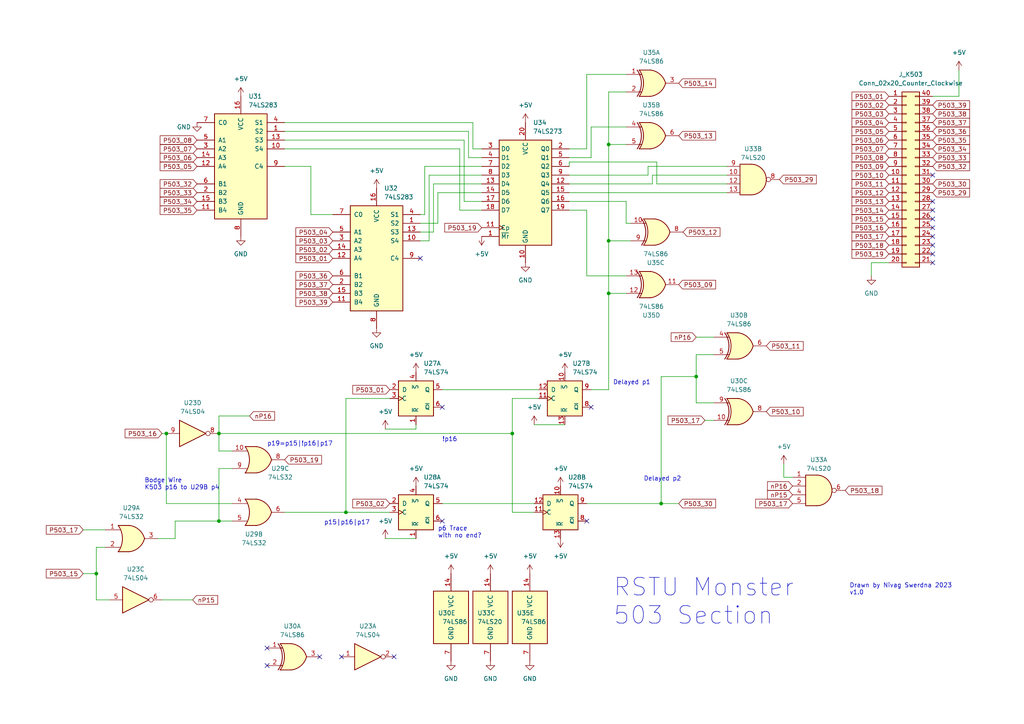
<source format=kicad_sch>
(kicad_sch (version 20230121) (generator eeschema)
  (paper "A4")
  (lib_symbols
    (symbol "74xx:74LS04"
      (property "Reference" "U" (at 0 1.27 0))
      (property "Value" "74LS04" (at 0 -1.27 0))
      (symbol "74LS04_1_0"
        (pin input line (at -7.62 0 0) (length 3.81) (name "~") (number "1"))
        (pin output inverted (at 7.62 0 180) (length 3.81) (name "~") (number "2"))
      )
      (symbol "74LS04_2_0"
        (pin input line (at -7.62 0 0) (length 3.81) (name "~") (number "3"))
        (pin output inverted (at 7.62 0 180) (length 3.81) (name "~") (number "4"))
      )
      (symbol "74LS04_3_0"
        (pin input line (at -7.62 0 0) (length 3.81) (name "~") (number "5"))
        (pin output inverted (at 7.62 0 180) (length 3.81) (name "~") (number "6"))
      )
      (symbol "74LS04_4_0"
        (pin output inverted (at 7.62 0 180) (length 3.81) (name "~") (number "8"))
        (pin input line (at -7.62 0 0) (length 3.81) (name "~") (number "9"))
      )
      (symbol "74LS04_5_0"
        (pin output inverted (at 7.62 0 180) (length 3.81) (name "~") (number "10"))
        (pin input line (at -7.62 0 0) (length 3.81) (name "~") (number "11"))
      )
      (symbol "74LS04_6_0"
        (pin output inverted (at 7.62 0 180) (length 3.81) (name "~") (number "12"))
        (pin input line (at -7.62 0 0) (length 3.81) (name "~") (number "13"))
      )
      (symbol "74LS04_7_0"
        (pin power_in line (at 0 12.7 270) (length 5.08) (name "VCC") (number "14"))
        (pin power_in line (at 0 -12.7 90) (length 5.08) (name "GND") (number "7"))
      )
    )
    (symbol "74xx:74LS20" (pin_names (offset 1.016))
      (property "Reference" "U" (at 0 1.27 0))
      (property "Value" "74LS20" (at 0 -1.27 0))
      (symbol "74LS20_1_1"
        (pin input line (at -7.62 3.81 0) (length 3.81) (name "~") (number "1"))
        (pin input line (at -7.62 1.27 0) (length 3.81) (name "~") (number "2"))
        (pin input line (at -7.62 -1.27 0) (length 3.81) (name "~") (number "4"))
        (pin input line (at -7.62 -3.81 0) (length 3.81) (name "~") (number "5"))
        (pin output inverted (at 7.62 0 180) (length 3.81) (name "~") (number "6"))
      )
      (symbol "74LS20_1_2"
        (pin input inverted (at -7.62 3.81 0) (length 3.81) (name "~") (number "1"))
        (pin input inverted (at -7.62 1.27 0) (length 4.826) (name "~") (number "2"))
        (pin input inverted (at -7.62 -1.27 0) (length 4.826) (name "~") (number "4"))
        (pin input inverted (at -7.62 -3.81 0) (length 3.81) (name "~") (number "5"))
        (pin output line (at 7.62 0 180) (length 3.81) (name "~") (number "6"))
      )
      (symbol "74LS20_2_1"
        (pin input line (at -7.62 1.27 0) (length 3.81) (name "~") (number "10"))
        (pin input line (at -7.62 -1.27 0) (length 3.81) (name "~") (number "12"))
        (pin input line (at -7.62 -3.81 0) (length 3.81) (name "~") (number "13"))
        (pin output inverted (at 7.62 0 180) (length 3.81) (name "~") (number "8"))
        (pin input line (at -7.62 3.81 0) (length 3.81) (name "~") (number "9"))
      )
      (symbol "74LS20_2_2"
        (pin input inverted (at -7.62 1.27 0) (length 4.826) (name "~") (number "10"))
        (pin input inverted (at -7.62 -1.27 0) (length 4.826) (name "~") (number "12"))
        (pin input inverted (at -7.62 -3.81 0) (length 3.81) (name "~") (number "13"))
        (pin output line (at 7.62 0 180) (length 3.81) (name "~") (number "8"))
        (pin input inverted (at -7.62 3.81 0) (length 3.81) (name "~") (number "9"))
      )
      (symbol "74LS20_3_0"
        (pin power_in line (at 0 12.7 270) (length 5.08) (name "VCC") (number "14"))
        (pin power_in line (at 0 -12.7 90) (length 5.08) (name "GND") (number "7"))
      )
    )
    (symbol "74xx:74LS273"
      (property "Reference" "U" (at -7.62 16.51 0))
      (property "Value" "74LS273" (at -7.62 -16.51 0))
      (symbol "74LS273_1_0"
        (pin input line (at -12.7 -12.7 0) (length 5.08) (name "~{Mr}") (number "1"))
        (pin power_in line (at 0 -20.32 90) (length 5.08) (name "GND") (number "10"))
        (pin input clock (at -12.7 -10.16 0) (length 5.08) (name "Cp") (number "11"))
        (pin output line (at 12.7 2.54 180) (length 5.08) (name "Q4") (number "12"))
        (pin input line (at -12.7 2.54 0) (length 5.08) (name "D4") (number "13"))
        (pin input line (at -12.7 0 0) (length 5.08) (name "D5") (number "14"))
        (pin output line (at 12.7 0 180) (length 5.08) (name "Q5") (number "15"))
        (pin output line (at 12.7 -2.54 180) (length 5.08) (name "Q6") (number "16"))
        (pin input line (at -12.7 -2.54 0) (length 5.08) (name "D6") (number "17"))
        (pin input line (at -12.7 -5.08 0) (length 5.08) (name "D7") (number "18"))
        (pin output line (at 12.7 -5.08 180) (length 5.08) (name "Q7") (number "19"))
        (pin output line (at 12.7 12.7 180) (length 5.08) (name "Q0") (number "2"))
        (pin power_in line (at 0 20.32 270) (length 5.08) (name "VCC") (number "20"))
        (pin input line (at -12.7 12.7 0) (length 5.08) (name "D0") (number "3"))
        (pin input line (at -12.7 10.16 0) (length 5.08) (name "D1") (number "4"))
        (pin output line (at 12.7 10.16 180) (length 5.08) (name "Q1") (number "5"))
        (pin output line (at 12.7 7.62 180) (length 5.08) (name "Q2") (number "6"))
        (pin input line (at -12.7 7.62 0) (length 5.08) (name "D2") (number "7"))
        (pin input line (at -12.7 5.08 0) (length 5.08) (name "D3") (number "8"))
        (pin output line (at 12.7 5.08 180) (length 5.08) (name "Q3") (number "9"))
      )
    )
    (symbol "74xx:74LS283" (pin_names (offset 1.016))
      (property "Reference" "U" (at -7.62 16.51 0))
      (property "Value" "74LS283" (at -7.62 -16.51 0))
      (symbol "74LS283_1_0"
        (pin output line (at 12.7 10.16 180) (length 5.08) (name "S2") (number "1"))
        (pin output line (at 12.7 5.08 180) (length 5.08) (name "S4") (number "10"))
        (pin input line (at -12.7 -12.7 0) (length 5.08) (name "B4") (number "11"))
        (pin input line (at -12.7 0 0) (length 5.08) (name "A4") (number "12"))
        (pin output line (at 12.7 7.62 180) (length 5.08) (name "S3") (number "13"))
        (pin input line (at -12.7 2.54 0) (length 5.08) (name "A3") (number "14"))
        (pin input line (at -12.7 -10.16 0) (length 5.08) (name "B3") (number "15"))
        (pin power_in line (at 0 20.32 270) (length 5.08) (name "VCC") (number "16"))
        (pin input line (at -12.7 -7.62 0) (length 5.08) (name "B2") (number "2"))
        (pin input line (at -12.7 5.08 0) (length 5.08) (name "A2") (number "3"))
        (pin output line (at 12.7 12.7 180) (length 5.08) (name "S1") (number "4"))
        (pin input line (at -12.7 7.62 0) (length 5.08) (name "A1") (number "5"))
        (pin input line (at -12.7 -5.08 0) (length 5.08) (name "B1") (number "6"))
        (pin input line (at -12.7 12.7 0) (length 5.08) (name "C0") (number "7"))
        (pin power_in line (at 0 -20.32 90) (length 5.08) (name "GND") (number "8"))
        (pin output line (at 12.7 0 180) (length 5.08) (name "C4") (number "9"))
      )
    )
    (symbol "74xx:74LS32" (pin_names (offset 1.016))
      (property "Reference" "U" (at 0 1.27 0))
      (property "Value" "74LS32" (at 0 -1.27 0))
      (symbol "74LS32_1_1"
        (pin input line (at -7.62 2.54 0) (length 4.318) (name "~") (number "1"))
        (pin input line (at -7.62 -2.54 0) (length 4.318) (name "~") (number "2"))
        (pin output line (at 7.62 0 180) (length 3.81) (name "~") (number "3"))
      )
      (symbol "74LS32_1_2"
        (pin input inverted (at -7.62 2.54 0) (length 3.81) (name "~") (number "1"))
        (pin input inverted (at -7.62 -2.54 0) (length 3.81) (name "~") (number "2"))
        (pin output inverted (at 7.62 0 180) (length 3.81) (name "~") (number "3"))
      )
      (symbol "74LS32_2_1"
        (pin input line (at -7.62 2.54 0) (length 4.318) (name "~") (number "4"))
        (pin input line (at -7.62 -2.54 0) (length 4.318) (name "~") (number "5"))
        (pin output line (at 7.62 0 180) (length 3.81) (name "~") (number "6"))
      )
      (symbol "74LS32_2_2"
        (pin input inverted (at -7.62 2.54 0) (length 3.81) (name "~") (number "4"))
        (pin input inverted (at -7.62 -2.54 0) (length 3.81) (name "~") (number "5"))
        (pin output inverted (at 7.62 0 180) (length 3.81) (name "~") (number "6"))
      )
      (symbol "74LS32_3_1"
        (pin input line (at -7.62 -2.54 0) (length 4.318) (name "~") (number "10"))
        (pin output line (at 7.62 0 180) (length 3.81) (name "~") (number "8"))
        (pin input line (at -7.62 2.54 0) (length 4.318) (name "~") (number "9"))
      )
      (symbol "74LS32_3_2"
        (pin input inverted (at -7.62 -2.54 0) (length 3.81) (name "~") (number "10"))
        (pin output inverted (at 7.62 0 180) (length 3.81) (name "~") (number "8"))
        (pin input inverted (at -7.62 2.54 0) (length 3.81) (name "~") (number "9"))
      )
      (symbol "74LS32_4_1"
        (pin output line (at 7.62 0 180) (length 3.81) (name "~") (number "11"))
        (pin input line (at -7.62 2.54 0) (length 4.318) (name "~") (number "12"))
        (pin input line (at -7.62 -2.54 0) (length 4.318) (name "~") (number "13"))
      )
      (symbol "74LS32_4_2"
        (pin output inverted (at 7.62 0 180) (length 3.81) (name "~") (number "11"))
        (pin input inverted (at -7.62 2.54 0) (length 3.81) (name "~") (number "12"))
        (pin input inverted (at -7.62 -2.54 0) (length 3.81) (name "~") (number "13"))
      )
      (symbol "74LS32_5_0"
        (pin power_in line (at 0 12.7 270) (length 5.08) (name "VCC") (number "14"))
        (pin power_in line (at 0 -12.7 90) (length 5.08) (name "GND") (number "7"))
      )
    )
    (symbol "74xx:74LS74" (pin_names (offset 1.016))
      (property "Reference" "U" (at -7.62 8.89 0))
      (property "Value" "74LS74" (at -7.62 -8.89 0))
      (symbol "74LS74_1_0"
        (pin input line (at 0 -7.62 90) (length 2.54) (name "~{R}") (number "1"))
        (pin input line (at -7.62 2.54 0) (length 2.54) (name "D") (number "2"))
        (pin input clock (at -7.62 0 0) (length 2.54) (name "C") (number "3"))
        (pin input line (at 0 7.62 270) (length 2.54) (name "~{S}") (number "4"))
        (pin output line (at 7.62 2.54 180) (length 2.54) (name "Q") (number "5"))
        (pin output line (at 7.62 -2.54 180) (length 2.54) (name "~{Q}") (number "6"))
      )
      (symbol "74LS74_2_0"
        (pin input line (at 0 7.62 270) (length 2.54) (name "~{S}") (number "10"))
        (pin input clock (at -7.62 0 0) (length 2.54) (name "C") (number "11"))
        (pin input line (at -7.62 2.54 0) (length 2.54) (name "D") (number "12"))
        (pin input line (at 0 -7.62 90) (length 2.54) (name "~{R}") (number "13"))
        (pin output line (at 7.62 -2.54 180) (length 2.54) (name "~{Q}") (number "8"))
        (pin output line (at 7.62 2.54 180) (length 2.54) (name "Q") (number "9"))
      )
      (symbol "74LS74_3_0"
        (pin power_in line (at 0 10.16 270) (length 2.54) (name "VCC") (number "14"))
        (pin power_in line (at 0 -10.16 90) (length 2.54) (name "GND") (number "7"))
      )
    )
    (symbol "74xx:74LS86" (pin_names (offset 1.016))
      (property "Reference" "U" (at 0 1.27 0))
      (property "Value" "74LS86" (at 0 -1.27 0))
      (symbol "74LS86_1_0"
        (pin input line (at -7.62 2.54 0) (length 4.445) (name "~") (number "1"))
        (pin input line (at -7.62 -2.54 0) (length 4.445) (name "~") (number "2"))
        (pin output line (at 7.62 0 180) (length 3.81) (name "~") (number "3"))
      )
      (symbol "74LS86_2_0"
        (pin input line (at -7.62 2.54 0) (length 4.445) (name "~") (number "4"))
        (pin input line (at -7.62 -2.54 0) (length 4.445) (name "~") (number "5"))
        (pin output line (at 7.62 0 180) (length 3.81) (name "~") (number "6"))
      )
      (symbol "74LS86_3_0"
        (pin input line (at -7.62 -2.54 0) (length 4.445) (name "~") (number "10"))
        (pin output line (at 7.62 0 180) (length 3.81) (name "~") (number "8"))
        (pin input line (at -7.62 2.54 0) (length 4.445) (name "~") (number "9"))
      )
      (symbol "74LS86_4_0"
        (pin output line (at 7.62 0 180) (length 3.81) (name "~") (number "11"))
        (pin input line (at -7.62 2.54 0) (length 4.445) (name "~") (number "12"))
        (pin input line (at -7.62 -2.54 0) (length 4.445) (name "~") (number "13"))
      )
      (symbol "74LS86_5_0"
        (pin power_in line (at 0 12.7 270) (length 5.08) (name "VCC") (number "14"))
        (pin power_in line (at 0 -12.7 90) (length 5.08) (name "GND") (number "7"))
      )
    )
    (symbol "Connector_Generic:Conn_02x20_Counter_Clockwise" (pin_names (offset 1.016) hide)
      (property "Reference" "J" (at 1.27 25.4 0))
      (property "Value" "Conn_02x20_Counter_Clockwise" (at 1.27 -27.94 0))
      (symbol "Conn_02x20_Counter_Clockwise_1_1"
        (pin passive line (at -5.08 22.86 0) (length 3.81) (name "Pin_1") (number "1"))
        (pin passive line (at -5.08 0 0) (length 3.81) (name "Pin_10") (number "10"))
        (pin passive line (at -5.08 -2.54 0) (length 3.81) (name "Pin_11") (number "11"))
        (pin passive line (at -5.08 -5.08 0) (length 3.81) (name "Pin_12") (number "12"))
        (pin passive line (at -5.08 -7.62 0) (length 3.81) (name "Pin_13") (number "13"))
        (pin passive line (at -5.08 -10.16 0) (length 3.81) (name "Pin_14") (number "14"))
        (pin passive line (at -5.08 -12.7 0) (length 3.81) (name "Pin_15") (number "15"))
        (pin passive line (at -5.08 -15.24 0) (length 3.81) (name "Pin_16") (number "16"))
        (pin passive line (at -5.08 -17.78 0) (length 3.81) (name "Pin_17") (number "17"))
        (pin passive line (at -5.08 -20.32 0) (length 3.81) (name "Pin_18") (number "18"))
        (pin passive line (at -5.08 -22.86 0) (length 3.81) (name "Pin_19") (number "19"))
        (pin passive line (at -5.08 20.32 0) (length 3.81) (name "Pin_2") (number "2"))
        (pin passive line (at -5.08 -25.4 0) (length 3.81) (name "Pin_20") (number "20"))
        (pin passive line (at 7.62 -25.4 180) (length 3.81) (name "Pin_21") (number "21"))
        (pin passive line (at 7.62 -22.86 180) (length 3.81) (name "Pin_22") (number "22"))
        (pin passive line (at 7.62 -20.32 180) (length 3.81) (name "Pin_23") (number "23"))
        (pin passive line (at 7.62 -17.78 180) (length 3.81) (name "Pin_24") (number "24"))
        (pin passive line (at 7.62 -15.24 180) (length 3.81) (name "Pin_25") (number "25"))
        (pin passive line (at 7.62 -12.7 180) (length 3.81) (name "Pin_26") (number "26"))
        (pin passive line (at 7.62 -10.16 180) (length 3.81) (name "Pin_27") (number "27"))
        (pin passive line (at 7.62 -7.62 180) (length 3.81) (name "Pin_28") (number "28"))
        (pin passive line (at 7.62 -5.08 180) (length 3.81) (name "Pin_29") (number "29"))
        (pin passive line (at -5.08 17.78 0) (length 3.81) (name "Pin_3") (number "3"))
        (pin passive line (at 7.62 -2.54 180) (length 3.81) (name "Pin_30") (number "30"))
        (pin passive line (at 7.62 0 180) (length 3.81) (name "Pin_31") (number "31"))
        (pin passive line (at 7.62 2.54 180) (length 3.81) (name "Pin_32") (number "32"))
        (pin passive line (at 7.62 5.08 180) (length 3.81) (name "Pin_33") (number "33"))
        (pin passive line (at 7.62 7.62 180) (length 3.81) (name "Pin_34") (number "34"))
        (pin passive line (at 7.62 10.16 180) (length 3.81) (name "Pin_35") (number "35"))
        (pin passive line (at 7.62 12.7 180) (length 3.81) (name "Pin_36") (number "36"))
        (pin passive line (at 7.62 15.24 180) (length 3.81) (name "Pin_37") (number "37"))
        (pin passive line (at 7.62 17.78 180) (length 3.81) (name "Pin_38") (number "38"))
        (pin passive line (at 7.62 20.32 180) (length 3.81) (name "Pin_39") (number "39"))
        (pin passive line (at -5.08 15.24 0) (length 3.81) (name "Pin_4") (number "4"))
        (pin passive line (at 7.62 22.86 180) (length 3.81) (name "Pin_40") (number "40"))
        (pin passive line (at -5.08 12.7 0) (length 3.81) (name "Pin_5") (number "5"))
        (pin passive line (at -5.08 10.16 0) (length 3.81) (name "Pin_6") (number "6"))
        (pin passive line (at -5.08 7.62 0) (length 3.81) (name "Pin_7") (number "7"))
        (pin passive line (at -5.08 5.08 0) (length 3.81) (name "Pin_8") (number "8"))
        (pin passive line (at -5.08 2.54 0) (length 3.81) (name "Pin_9") (number "9"))
      )
    )
    (symbol "power:+5V" (power) (pin_names (offset 0))
      (property "Value" "+5V" (at 0 3.556 0))
      (symbol "+5V_1_1"
        (pin power_in line (at 0 0 90) (length 0) hide (name "+5V") (number "1"))
      )
    )
    (symbol "power:GND" (power) (pin_names (offset 0))
      (property "Value" "GND" (at 0 -3.81 0))
      (symbol "GND_1_1"
        (pin power_in line (at 0 0 270) (length 0) hide (name "GND") (number "1"))
      )
    )
  )
  (junction (at 176.53 85.09))
  (junction (at 176.53 41.91))
  (junction (at 63.5 151.13))
  (junction (at 176.53 69.85))
  (junction (at 27.94 166.37))
  (junction (at 191.77 146.05))
  (junction (at 100.33 148.59))
  (junction (at 201.93 109.22))
  (junction (at 148.59 125.73))
  (junction (at 63.5 125.73))
  (junction (at 48.26 125.73))
  (no_connect (at 270.51 71.12))
  (no_connect (at 77.47 187.96))
  (no_connect (at 270.51 66.04))
  (no_connect (at 270.51 63.5))
  (no_connect (at 99.06 190.5))
  (no_connect (at 121.92 74.93))
  (no_connect (at 171.45 118.11))
  (no_connect (at 128.27 151.13))
  (no_connect (at 270.51 76.2))
  (no_connect (at 270.51 50.8))
  (no_connect (at 270.51 58.42))
  (no_connect (at 270.51 73.66))
  (no_connect (at 77.47 193.04))
  (no_connect (at 270.51 68.58))
  (no_connect (at 114.3 190.5))
  (no_connect (at 270.51 60.96))
  (no_connect (at 92.71 190.5))
  (no_connect (at 170.18 151.13))
  (no_connect (at 128.27 118.11))
  (wire (pts (xy 191.77 109.22) (xy 191.77 146.05)))
  (wire (pts (xy 181.61 26.67) (xy 176.53 26.67)))
  (wire (pts (xy 201.93 102.87) (xy 201.93 109.22)))
  (wire (pts (xy 121.92 64.77) (xy 127 64.77)))
  (wire (pts (xy 121.92 62.23) (xy 123.19 62.23)))
  (wire (pts (xy 137.16 43.18) (xy 139.7 43.18)))
  (wire (pts (xy 45.72 156.21) (xy 50.8 156.21)))
  (wire (pts (xy 171.45 45.72) (xy 171.45 36.83)))
  (wire (pts (xy 165.1 43.18) (xy 170.18 43.18)))
  (wire (pts (xy 148.59 125.73) (xy 148.59 148.59)))
  (wire (pts (xy 100.33 115.57) (xy 100.33 148.59)))
  (wire (pts (xy 125.73 67.31) (xy 125.73 53.34)))
  (wire (pts (xy 125.73 53.34) (xy 139.7 53.34)))
  (wire (pts (xy 63.5 120.65) (xy 72.39 120.65)))
  (wire (pts (xy 191.77 109.22) (xy 201.93 109.22)))
  (wire (pts (xy 48.26 146.05) (xy 67.31 146.05)))
  (wire (pts (xy 191.77 146.05) (xy 170.18 146.05)))
  (wire (pts (xy 176.53 85.09) (xy 176.53 113.03)))
  (wire (pts (xy 24.13 153.67) (xy 30.48 153.67)))
  (wire (pts (xy 127 64.77) (xy 127 55.88)))
  (wire (pts (xy 82.55 148.59) (xy 100.33 148.59)))
  (wire (pts (xy 270.51 27.94) (xy 278.13 27.94)))
  (wire (pts (xy 121.92 69.85) (xy 124.46 69.85)))
  (wire (pts (xy 63.5 151.13) (xy 67.31 151.13)))
  (wire (pts (xy 170.18 80.01) (xy 181.61 80.01)))
  (wire (pts (xy 120.65 123.19) (xy 120.65 124.46)))
  (wire (pts (xy 27.94 158.75) (xy 30.48 158.75)))
  (wire (pts (xy 82.55 40.64) (xy 134.62 40.64)))
  (wire (pts (xy 201.93 116.84) (xy 201.93 109.22)))
  (wire (pts (xy 278.13 20.32) (xy 278.13 27.94)))
  (wire (pts (xy 165.1 46.99) (xy 165.1 48.26)))
  (wire (pts (xy 121.92 67.31) (xy 125.73 67.31)))
  (wire (pts (xy 165.1 60.96) (xy 170.18 60.96)))
  (wire (pts (xy 90.17 62.23) (xy 90.17 48.26)))
  (wire (pts (xy 63.5 130.81) (xy 67.31 130.81)))
  (wire (pts (xy 135.89 38.1) (xy 135.89 45.72)))
  (wire (pts (xy 176.53 41.91) (xy 176.53 69.85)))
  (wire (pts (xy 148.59 115.57) (xy 148.59 125.73)))
  (wire (pts (xy 176.53 69.85) (xy 176.53 85.09)))
  (wire (pts (xy 46.99 125.73) (xy 48.26 125.73)))
  (wire (pts (xy 27.94 166.37) (xy 27.94 158.75)))
  (wire (pts (xy 27.94 173.99) (xy 27.94 166.37)))
  (wire (pts (xy 100.33 148.59) (xy 113.03 148.59)))
  (wire (pts (xy 120.65 156.21) (xy 111.76 156.21)))
  (wire (pts (xy 170.18 43.18) (xy 170.18 21.59)))
  (wire (pts (xy 128.27 113.03) (xy 156.21 113.03)))
  (wire (pts (xy 82.55 38.1) (xy 135.89 38.1)))
  (wire (pts (xy 165.1 45.72) (xy 171.45 45.72)))
  (wire (pts (xy 171.45 113.03) (xy 176.53 113.03)))
  (wire (pts (xy 134.62 58.42) (xy 139.7 58.42)))
  (wire (pts (xy 165.1 55.88) (xy 210.82 55.88)))
  (wire (pts (xy 165.1 50.8) (xy 187.96 50.8)))
  (wire (pts (xy 227.33 134.62) (xy 227.33 138.43)))
  (wire (pts (xy 133.35 43.18) (xy 133.35 60.96)))
  (wire (pts (xy 63.5 135.89) (xy 67.31 135.89)))
  (wire (pts (xy 63.5 151.13) (xy 50.8 151.13)))
  (wire (pts (xy 176.53 26.67) (xy 176.53 41.91)))
  (wire (pts (xy 257.81 76.2) (xy 252.73 76.2)))
  (wire (pts (xy 201.93 116.84) (xy 207.01 116.84)))
  (wire (pts (xy 181.61 64.77) (xy 182.88 64.77)))
  (wire (pts (xy 190.5 46.99) (xy 190.5 53.34)))
  (wire (pts (xy 201.93 97.79) (xy 207.01 97.79)))
  (wire (pts (xy 196.85 146.05) (xy 191.77 146.05)))
  (wire (pts (xy 170.18 60.96) (xy 170.18 80.01)))
  (wire (pts (xy 148.59 148.59) (xy 154.94 148.59)))
  (wire (pts (xy 24.13 166.37) (xy 27.94 166.37)))
  (wire (pts (xy 171.45 36.83) (xy 181.61 36.83)))
  (wire (pts (xy 82.55 43.18) (xy 133.35 43.18)))
  (wire (pts (xy 63.5 125.73) (xy 63.5 130.81)))
  (wire (pts (xy 165.1 46.99) (xy 190.5 46.99)))
  (wire (pts (xy 148.59 115.57) (xy 156.21 115.57)))
  (wire (pts (xy 123.19 48.26) (xy 139.7 48.26)))
  (wire (pts (xy 181.61 64.77) (xy 181.61 58.42)))
  (wire (pts (xy 190.5 53.34) (xy 210.82 53.34)))
  (wire (pts (xy 50.8 151.13) (xy 50.8 156.21)))
  (wire (pts (xy 204.47 121.92) (xy 207.01 121.92)))
  (wire (pts (xy 123.19 62.23) (xy 123.19 48.26)))
  (wire (pts (xy 170.18 21.59) (xy 181.61 21.59)))
  (wire (pts (xy 90.17 62.23) (xy 96.52 62.23)))
  (wire (pts (xy 133.35 60.96) (xy 139.7 60.96)))
  (wire (pts (xy 63.5 135.89) (xy 63.5 151.13)))
  (wire (pts (xy 229.87 138.43) (xy 227.33 138.43)))
  (wire (pts (xy 48.26 125.73) (xy 48.26 146.05)))
  (wire (pts (xy 165.1 58.42) (xy 181.61 58.42)))
  (wire (pts (xy 31.75 173.99) (xy 27.94 173.99)))
  (wire (pts (xy 187.96 50.8) (xy 187.96 48.26)))
  (wire (pts (xy 127 55.88) (xy 139.7 55.88)))
  (wire (pts (xy 124.46 50.8) (xy 139.7 50.8)))
  (wire (pts (xy 201.93 102.87) (xy 207.01 102.87)))
  (wire (pts (xy 63.5 120.65) (xy 63.5 125.73)))
  (wire (pts (xy 189.23 53.34) (xy 165.1 53.34)))
  (wire (pts (xy 90.17 48.26) (xy 82.55 48.26)))
  (wire (pts (xy 135.89 45.72) (xy 139.7 45.72)))
  (wire (pts (xy 176.53 85.09) (xy 181.61 85.09)))
  (wire (pts (xy 63.5 125.73) (xy 148.59 125.73)))
  (wire (pts (xy 163.83 123.19) (xy 154.94 123.19)))
  (wire (pts (xy 137.16 35.56) (xy 137.16 43.18)))
  (wire (pts (xy 46.99 173.99) (xy 55.88 173.99)))
  (wire (pts (xy 210.82 50.8) (xy 189.23 50.8)))
  (wire (pts (xy 189.23 50.8) (xy 189.23 53.34)))
  (wire (pts (xy 113.03 115.57) (xy 100.33 115.57)))
  (wire (pts (xy 176.53 69.85) (xy 182.88 69.85)))
  (wire (pts (xy 82.55 35.56) (xy 137.16 35.56)))
  (wire (pts (xy 128.27 146.05) (xy 154.94 146.05)))
  (wire (pts (xy 187.96 48.26) (xy 210.82 48.26)))
  (wire (pts (xy 120.65 124.46) (xy 111.76 124.46)))
  (wire (pts (xy 134.62 40.64) (xy 134.62 58.42)))
  (wire (pts (xy 252.73 76.2) (xy 252.73 80.01)))
  (wire (pts (xy 124.46 69.85) (xy 124.46 50.8)))
  (wire (pts (xy 176.53 41.91) (xy 181.61 41.91)))
  (text "!p16" (at 128.27 128.27 0) (effects (font (size 1.27 1.27)) (justify left bottom)))
  (text "Delayed p1" (at 177.8 111.76 0) (effects (font (size 1.27 1.27)) (justify left bottom)))
  (text "p15|p16|p17" (at 93.98 152.4 0) (effects (font (size 1.27 1.27)) (justify left bottom)))
  (text "Bodge Wire \nK503 p16 to U29B p4" (at 41.91 142.24 0) (effects (font (size 1.27 1.27)) (justify left bottom)))
  (text "Delayed p2" (at 186.69 139.7 0) (effects (font (size 1.27 1.27)) (justify left bottom)))
  (text "RSTU Monster\n503 Section" (at 177.8 181.61 0) (effects (font (size 5.08 5.08)) (justify left bottom)))
  (text "p19=p15|!p16|p17" (at 77.47 129.54 0) (effects (font (size 1.27 1.27)) (justify left bottom)))
  (text "Drawn by Nivag Swerdna 2023\nv1.0" (at 246.38 172.72 0) (effects (font (size 1.27 1.27)) (justify left bottom)))
  (text "p6 Trace \nwith no end?" (at 127 156.21 0) (effects (font (size 1.27 1.27)) (justify left bottom)))
  (global_label "P503_15" (shape input) (at 24.13 166.37 180) (property "Intersheetrefs" "${INTERSHEET_REFS}" (effects hide)))
  (global_label "P503_33" (shape input) (at 270.51 45.72 0) (property "Intersheetrefs" "${INTERSHEET_REFS}" (effects hide)))
  (global_label "P503_37" (shape input) (at 270.51 35.56 0) (property "Intersheetrefs" "${INTERSHEET_REFS}" (effects hide)))
  (global_label "P503_14" (shape input) (at 196.85 24.13 0) (property "Intersheetrefs" "${INTERSHEET_REFS}" (effects hide)))
  (global_label "P503_11" (shape input) (at 257.81 53.34 180) (property "Intersheetrefs" "${INTERSHEET_REFS}" (effects hide)))
  (global_label "P503_33" (shape input) (at 57.15 55.88 180) (property "Intersheetrefs" "${INTERSHEET_REFS}" (effects hide)))
  (global_label "P503_16" (shape input) (at 46.99 125.73 180) (property "Intersheetrefs" "${INTERSHEET_REFS}" (effects hide)))
  (global_label "P503_04" (shape input) (at 96.52 67.31 180) (property "Intersheetrefs" "${INTERSHEET_REFS}" (effects hide)))
  (global_label "P503_17" (shape input) (at 257.81 68.58 180) (property "Intersheetrefs" "${INTERSHEET_REFS}" (effects hide)))
  (global_label "P503_08" (shape input) (at 57.15 40.64 180) (property "Intersheetrefs" "${INTERSHEET_REFS}" (effects hide)))
  (global_label "P503_19" (shape input) (at 139.7 66.04 180) (property "Intersheetrefs" "${INTERSHEET_REFS}" (effects hide)))
  (global_label "P503_17" (shape input) (at 229.87 146.05 180) (property "Intersheetrefs" "${INTERSHEET_REFS}" (effects hide)))
  (global_label "P503_29" (shape input) (at 226.06 52.07 0) (property "Intersheetrefs" "${INTERSHEET_REFS}" (effects hide)))
  (global_label "P503_12" (shape input) (at 257.81 55.88 180) (property "Intersheetrefs" "${INTERSHEET_REFS}" (effects hide)))
  (global_label "P503_35" (shape input) (at 270.51 40.64 0) (property "Intersheetrefs" "${INTERSHEET_REFS}" (effects hide)))
  (global_label "P503_07" (shape input) (at 57.15 43.18 180) (property "Intersheetrefs" "${INTERSHEET_REFS}" (effects hide)))
  (global_label "P503_09" (shape input) (at 257.81 48.26 180) (property "Intersheetrefs" "${INTERSHEET_REFS}" (effects hide)))
  (global_label "P503_04" (shape input) (at 257.81 35.56 180) (property "Intersheetrefs" "${INTERSHEET_REFS}" (effects hide)))
  (global_label "P503_09" (shape input) (at 196.85 82.55 0) (property "Intersheetrefs" "${INTERSHEET_REFS}" (effects hide)))
  (global_label "P503_39" (shape input) (at 270.51 30.48 0) (property "Intersheetrefs" "${INTERSHEET_REFS}" (effects hide)))
  (global_label "P503_12" (shape input) (at 198.12 67.31 0) (property "Intersheetrefs" "${INTERSHEET_REFS}" (effects hide)))
  (global_label "P503_38" (shape input) (at 270.51 33.02 0) (property "Intersheetrefs" "${INTERSHEET_REFS}" (effects hide)))
  (global_label "P503_10" (shape input) (at 222.25 119.38 0) (property "Intersheetrefs" "${INTERSHEET_REFS}" (effects hide)))
  (global_label "P503_06" (shape input) (at 57.15 45.72 180) (property "Intersheetrefs" "${INTERSHEET_REFS}" (effects hide)))
  (global_label "P503_03" (shape input) (at 96.52 69.85 180) (property "Intersheetrefs" "${INTERSHEET_REFS}" (effects hide)))
  (global_label "P503_19" (shape input) (at 82.55 133.35 0) (property "Intersheetrefs" "${INTERSHEET_REFS}" (effects hide)))
  (global_label "P503_29" (shape input) (at 270.51 55.88 0) (property "Intersheetrefs" "${INTERSHEET_REFS}" (effects hide)))
  (global_label "P503_07" (shape input) (at 257.81 43.18 180) (property "Intersheetrefs" "${INTERSHEET_REFS}" (effects hide)))
  (global_label "nP16" (shape input) (at 201.93 97.79 180) (property "Intersheetrefs" "${INTERSHEET_REFS}" (effects hide)))
  (global_label "P503_05" (shape input) (at 57.15 48.26 180) (property "Intersheetrefs" "${INTERSHEET_REFS}" (effects hide)))
  (global_label "P503_38" (shape input) (at 96.52 85.09 180) (property "Intersheetrefs" "${INTERSHEET_REFS}" (effects hide)))
  (global_label "P503_11" (shape input) (at 222.25 100.33 0) (property "Intersheetrefs" "${INTERSHEET_REFS}" (effects hide)))
  (global_label "P503_19" (shape input) (at 257.81 73.66 180) (property "Intersheetrefs" "${INTERSHEET_REFS}" (effects hide)))
  (global_label "P503_05" (shape input) (at 257.81 38.1 180) (property "Intersheetrefs" "${INTERSHEET_REFS}" (effects hide)))
  (global_label "P503_39" (shape input) (at 96.52 87.63 180) (property "Intersheetrefs" "${INTERSHEET_REFS}" (effects hide)))
  (global_label "P503_32" (shape input) (at 270.51 48.26 0) (property "Intersheetrefs" "${INTERSHEET_REFS}" (effects hide)))
  (global_label "P503_13" (shape input) (at 196.85 39.37 0) (property "Intersheetrefs" "${INTERSHEET_REFS}" (effects hide)))
  (global_label "P503_13" (shape input) (at 257.81 58.42 180) (property "Intersheetrefs" "${INTERSHEET_REFS}" (effects hide)))
  (global_label "P503_30" (shape input) (at 196.85 146.05 0) (property "Intersheetrefs" "${INTERSHEET_REFS}" (effects hide)))
  (global_label "P503_35" (shape input) (at 57.15 60.96 180) (property "Intersheetrefs" "${INTERSHEET_REFS}" (effects hide)))
  (global_label "P503_01" (shape input) (at 113.03 113.03 180) (property "Intersheetrefs" "${INTERSHEET_REFS}" (effects hide)))
  (global_label "P503_06" (shape input) (at 257.81 40.64 180) (property "Intersheetrefs" "${INTERSHEET_REFS}" (effects hide)))
  (global_label "P503_02" (shape input) (at 257.81 30.48 180) (property "Intersheetrefs" "${INTERSHEET_REFS}" (effects hide)))
  (global_label "nP15" (shape input) (at 55.88 173.99 0) (property "Intersheetrefs" "${INTERSHEET_REFS}" (effects hide)))
  (global_label "P503_18" (shape input) (at 245.11 142.24 0) (property "Intersheetrefs" "${INTERSHEET_REFS}" (effects hide)))
  (global_label "P503_17" (shape input) (at 24.13 153.67 180) (property "Intersheetrefs" "${INTERSHEET_REFS}" (effects hide)))
  (global_label "nP16" (shape input) (at 229.87 140.97 180) (property "Intersheetrefs" "${INTERSHEET_REFS}" (effects hide)))
  (global_label "P503_30" (shape input) (at 270.51 53.34 0) (property "Intersheetrefs" "${INTERSHEET_REFS}" (effects hide)))
  (global_label "P503_36" (shape input) (at 96.52 80.01 180) (property "Intersheetrefs" "${INTERSHEET_REFS}" (effects hide)))
  (global_label "P503_15" (shape input) (at 257.81 63.5 180) (property "Intersheetrefs" "${INTERSHEET_REFS}" (effects hide)))
  (global_label "P503_34" (shape input) (at 57.15 58.42 180) (property "Intersheetrefs" "${INTERSHEET_REFS}" (effects hide)))
  (global_label "P503_17" (shape input) (at 204.47 121.92 180) (property "Intersheetrefs" "${INTERSHEET_REFS}" (effects hide)))
  (global_label "P503_02" (shape input) (at 113.03 146.05 180) (property "Intersheetrefs" "${INTERSHEET_REFS}" (effects hide)))
  (global_label "nP15" (shape input) (at 229.87 143.51 180) (property "Intersheetrefs" "${INTERSHEET_REFS}" (effects hide)))
  (global_label "P503_32" (shape input) (at 57.15 53.34 180) (property "Intersheetrefs" "${INTERSHEET_REFS}" (effects hide)))
  (global_label "P503_01" (shape input) (at 96.52 74.93 180) (property "Intersheetrefs" "${INTERSHEET_REFS}" (effects hide)))
  (global_label "P503_34" (shape input) (at 270.51 43.18 0) (property "Intersheetrefs" "${INTERSHEET_REFS}" (effects hide)))
  (global_label "P503_03" (shape input) (at 257.81 33.02 180) (property "Intersheetrefs" "${INTERSHEET_REFS}" (effects hide)))
  (global_label "P503_02" (shape input) (at 96.52 72.39 180) (property "Intersheetrefs" "${INTERSHEET_REFS}" (effects hide)))
  (global_label "P503_14" (shape input) (at 257.81 60.96 180) (property "Intersheetrefs" "${INTERSHEET_REFS}" (effects hide)))
  (global_label "P503_18" (shape input) (at 257.81 71.12 180) (property "Intersheetrefs" "${INTERSHEET_REFS}" (effects hide)))
  (global_label "P503_01" (shape input) (at 257.81 27.94 180) (property "Intersheetrefs" "${INTERSHEET_REFS}" (effects hide)))
  (global_label "P503_16" (shape input) (at 257.81 66.04 180) (property "Intersheetrefs" "${INTERSHEET_REFS}" (effects hide)))
  (global_label "nP16" (shape input) (at 72.39 120.65 0) (property "Intersheetrefs" "${INTERSHEET_REFS}" (effects hide)))
  (global_label "P503_10" (shape input) (at 257.81 50.8 180) (property "Intersheetrefs" "${INTERSHEET_REFS}" (effects hide)))
  (global_label "P503_36" (shape input) (at 270.51 38.1 0) (property "Intersheetrefs" "${INTERSHEET_REFS}" (effects hide)))
  (global_label "P503_37" (shape input) (at 96.52 82.55 180) (property "Intersheetrefs" "${INTERSHEET_REFS}" (effects hide)))
  (global_label "P503_08" (shape input) (at 257.81 45.72 180) (property "Intersheetrefs" "${INTERSHEET_REFS}" (effects hide)))
  (symbol (lib_id "power:GND") (at 142.24 191.77 0) (unit 1)
    (property "Reference" "#PWR01" (effects hide))
    (property "Value" "GND" (at 142.24 196.85 0))
    (instances (project "RSTU" (path "" (reference "#PWR01") (unit 1)) (path "" (reference "#PWR072") (unit 1)) (path "" (reference "#PWR073") (unit 1))))
  )
  (symbol (lib_id "power:+5V") (at 142.24 166.37 0) (unit 1)
    (property "Reference" "#PWR012" (effects hide))
    (property "Value" "+5V" (at 142.24 161.29 0))
    (instances (project "RSTU" (path "" (reference "#PWR012") (unit 1)) (path "" (reference "#PWR071") (unit 1)) (path "" (reference "#PWR083") (unit 1))))
  )
  (symbol (lib_id "Connector_Generic:Conn_02x20_Counter_Clockwise") (at 262.89 50.8 0) (unit 1)
    (property "Reference" "J_K503" (at 264.16 21.59 0))
    (property "Value" "Conn_02x20_Counter_Clockwise" (at 264.16 24.13 0))
    (property "Footprint" "Package_DIP:DIP-40_W15.24mm" (effects hide))
  )
  (symbol (lib_id "power:+5V") (at 162.56 156.21 180) (unit 1)
    (property "Reference" "#PWR012" (effects hide))
    (property "Value" "+5V" (at 162.56 161.29 0))
    (instances (project "RSTU" (path "" (reference "#PWR012") (unit 1)) (path "" (reference "#PWR071") (unit 1)) (path "" (reference "#PWR090") (unit 1))))
  )
  (symbol (lib_id "power:GND") (at 57.15 35.56 0) (unit 1)
    (property "Reference" "#PWR01" (effects hide))
    (property "Value" "GND" (at 53.34 36.83 0))
    (instances (project "RSTU" (path "" (reference "#PWR01") (unit 1)) (path "" (reference "#PWR072") (unit 1)) (path "" (reference "#PWR081") (unit 1))))
  )
  (symbol (lib_id "74xx:74LS86") (at 85.09 190.5 0) (unit 1)
    (property "Reference" "U30" (at 84.7852 181.61 0))
    (property "Value" "74LS86" (at 84.7852 184.15 0))
    (property "Footprint" "Package_DIP:DIP-14_W7.62mm" (effects hide))
    (property "Datasheet" "74xx/74ls86.pdf" (effects hide))
  )
  (symbol (lib_id "74xx:74LS74") (at 120.65 148.59 0) (unit 1)
    (property "Reference" "U28" (at 122.8441 138.43 0) (effects (justify left)))
    (property "Value" "74LS74" (at 122.8441 140.97 0) (effects (justify left)))
    (property "Footprint" "Package_DIP:DIP-14_W7.62mm" (effects hide))
    (property "Datasheet" "74xx/74hc_hct74.pdf" (effects hide))
  )
  (symbol (lib_id "power:+5V") (at 227.33 134.62 0) (unit 1)
    (property "Reference" "#PWR012" (effects hide))
    (property "Value" "+5V" (at 227.33 129.54 0))
    (instances (project "RSTU" (path "" (reference "#PWR012") (unit 1)) (path "" (reference "#PWR071") (unit 1)) (path "" (reference "#PWR084") (unit 1))))
  )
  (symbol (lib_id "74xx:74LS74") (at 162.56 148.59 0) (unit 2)
    (property "Reference" "U28" (at 164.7541 138.43 0) (effects (justify left)))
    (property "Value" "74LS74" (at 164.7541 140.97 0) (effects (justify left)))
    (property "Footprint" "Package_DIP:DIP-14_W7.62mm" (effects hide))
    (property "Datasheet" "74xx/74hc_hct74.pdf" (effects hide))
  )
  (symbol (lib_id "power:+5V") (at 139.7 68.58 180) (unit 1)
    (property "Reference" "#PWR012" (effects hide))
    (property "Value" "+5V" (at 139.7 73.66 0))
    (instances (project "RSTU" (path "" (reference "#PWR012") (unit 1)) (path "" (reference "#PWR071") (unit 1)) (path "" (reference "#PWR085") (unit 1))))
  )
  (symbol (lib_id "power:+5V") (at 162.56 140.97 0) (unit 1)
    (property "Reference" "#PWR012" (effects hide))
    (property "Value" "+5V" (at 162.56 135.89 0))
    (instances (project "RSTU" (path "" (reference "#PWR012") (unit 1)) (path "" (reference "#PWR071") (unit 1)) (path "" (reference "#PWR089") (unit 1))))
  )
  (symbol (lib_id "power:+5V") (at 153.67 166.37 0) (unit 1)
    (property "Reference" "#PWR012" (effects hide))
    (property "Value" "+5V" (at 153.67 161.29 0))
    (instances (project "RSTU" (path "" (reference "#PWR012") (unit 1)) (path "" (reference "#PWR071") (unit 1)) (path "" (reference "#PWR086") (unit 1))))
  )
  (symbol (lib_id "power:GND") (at 130.81 191.77 0) (unit 1)
    (property "Reference" "#PWR01" (effects hide))
    (property "Value" "GND" (at 130.81 196.85 0))
    (instances (project "RSTU" (path "" (reference "#PWR01") (unit 1)) (path "" (reference "#PWR072") (unit 1)) (path "" (reference "#PWR077") (unit 1))))
  )
  (symbol (lib_id "power:+5V") (at 111.76 124.46 0) (unit 1)
    (property "Reference" "#PWR029" (effects hide))
    (property "Value" "+5V" (at 111.76 119.38 0))
    (instances (project "RSTU" (path "" (reference "#PWR029") (unit 1)) (path "" (reference "#PWR062") (unit 1)) (path "" (reference "#PWR062") (unit 1))))
  )
  (symbol (lib_id "74xx:74LS273") (at 152.4 55.88 0) (unit 1)
    (property "Reference" "U34" (at 154.5941 35.56 0) (effects (justify left)))
    (property "Value" "74LS273" (at 154.5941 38.1 0) (effects (justify left)))
    (property "Footprint" "Package_DIP:DIP-20_W7.62mm" (effects hide))
    (property "Datasheet" "http://www.ti.com/lit/gpn/sn74LS273" (effects hide))
  )
  (symbol (lib_id "74xx:74LS86") (at 130.81 179.07 0) (unit 5)
    (property "Reference" "U30" (at 127 177.8 0) (effects (justify left)))
    (property "Value" "74LS86" (at 128.27 180.34 0) (effects (justify left)))
    (property "Footprint" "Package_DIP:DIP-14_W7.62mm" (effects hide))
    (property "Datasheet" "74xx/74ls86.pdf" (effects hide))
  )
  (symbol (lib_id "74xx:74LS32") (at 74.93 133.35 0) (mirror x) (unit 3)
    (property "Reference" "U29" (at 81.28 135.89 0))
    (property "Value" "74LS32" (at 81.28 138.43 0))
    (property "Footprint" "Package_DIP:DIP-14_W7.62mm" (effects hide))
    (property "Datasheet" "http://www.ti.com/lit/gpn/sn74LS32" (effects hide))
  )
  (symbol (lib_id "74xx:74LS86") (at 189.23 39.37 0) (unit 2)
    (property "Reference" "U35" (at 188.9252 30.48 0))
    (property "Value" "74LS86" (at 188.9252 33.02 0))
    (property "Footprint" "Package_DIP:DIP-14_W7.62mm" (effects hide))
    (property "Datasheet" "74xx/74ls86.pdf" (effects hide))
  )
  (symbol (lib_id "74xx:74LS04") (at 39.37 173.99 0) (unit 3)
    (property "Reference" "U23" (at 39.37 165.1 0))
    (property "Value" "74LS04" (at 39.37 167.64 0))
    (property "Footprint" "Package_DIP:DIP-14_W7.62mm" (effects hide))
    (property "Datasheet" "http://www.ti.com/lit/gpn/sn74LS04" (effects hide))
  )
  (symbol (lib_id "74xx:74LS86") (at 189.23 82.55 0) (mirror x) (unit 4)
    (property "Reference" "U35" (at 188.9252 91.44 0))
    (property "Value" "74LS86" (at 188.9252 88.9 0))
    (property "Footprint" "Package_DIP:DIP-14_W7.62mm" (effects hide))
    (property "Datasheet" "74xx/74ls86.pdf" (effects hide))
  )
  (symbol (lib_id "74xx:74LS20") (at 142.24 179.07 0) (unit 3)
    (property "Reference" "U33" (at 138.43 177.8 0) (effects (justify left)))
    (property "Value" "74LS20" (at 138.43 180.34 0) (effects (justify left)))
    (property "Footprint" "Package_DIP:DIP-14_W7.62mm" (effects hide))
    (property "Datasheet" "http://www.ti.com/lit/gpn/sn74LS20" (effects hide))
  )
  (symbol (lib_id "power:+5V") (at 154.94 123.19 0) (unit 1)
    (property "Reference" "#PWR029" (effects hide))
    (property "Value" "+5V" (at 154.94 118.11 0))
    (instances (project "RSTU" (path "" (reference "#PWR029") (unit 1)) (path "" (reference "#PWR063") (unit 1)) (path "" (reference "#PWR063") (unit 1))))
  )
  (symbol (lib_id "power:+5V") (at 152.4 35.56 0) (unit 1)
    (property "Reference" "#PWR012" (effects hide))
    (property "Value" "+5V" (at 152.4 30.48 0))
    (instances (project "RSTU" (path "" (reference "#PWR012") (unit 1)) (path "" (reference "#PWR071") (unit 1)) (path "" (reference "#PWR082") (unit 1))))
  )
  (symbol (lib_id "power:+5V") (at 109.22 54.61 0) (unit 1)
    (property "Reference" "#PWR012" (effects hide))
    (property "Value" "+5V" (at 109.22 49.53 0))
    (instances (project "RSTU" (path "" (reference "#PWR012") (unit 1)) (path "" (reference "#PWR071") (unit 1)) (path "" (reference "#PWR080") (unit 1))))
  )
  (symbol (lib_id "power:GND") (at 69.85 68.58 0) (unit 1)
    (property "Reference" "#PWR01" (effects hide))
    (property "Value" "GND" (at 69.85 73.66 0))
    (instances (project "RSTU" (path "" (reference "#PWR01") (unit 1)) (path "" (reference "#PWR072") (unit 1)) (path "" (reference "#PWR075") (unit 1))))
  )
  (symbol (lib_id "power:+5V") (at 120.65 140.97 0) (unit 1)
    (property "Reference" "#PWR029" (effects hide))
    (property "Value" "+5V" (at 120.65 135.89 0))
    (instances (project "RSTU" (path "" (reference "#PWR029") (unit 1)) (path "" (reference "#PWR064") (unit 1)) (path "" (reference "#PWR088") (unit 1))))
  )
  (symbol (lib_id "74xx:74LS74") (at 163.83 115.57 0) (unit 2)
    (property "Reference" "U27" (at 166.0241 105.41 0) (effects (justify left)))
    (property "Value" "74LS74" (at 166.0241 107.95 0) (effects (justify left)))
    (property "Footprint" "Package_DIP:DIP-14_W7.62mm" (effects hide))
    (property "Datasheet" "74xx/74hc_hct74.pdf" (effects hide))
  )
  (symbol (lib_id "power:GND") (at 252.73 80.01 0) (unit 1)
    (property "Reference" "#PWR01" (effects hide))
    (property "Value" "GND" (at 252.73 85.09 0))
    (instances (project "RSTU" (path "" (reference "#PWR01") (unit 1)) (path "" (reference "#PWR072") (unit 1)) (path "" (reference "#PWR071") (unit 1))))
  )
  (symbol (lib_id "power:GND") (at 152.4 76.2 0) (unit 1)
    (property "Reference" "#PWR01" (effects hide))
    (property "Value" "GND" (at 152.4 81.28 0))
    (instances (project "RSTU" (path "" (reference "#PWR01") (unit 1)) (path "" (reference "#PWR072") (unit 1)) (path "" (reference "#PWR074") (unit 1))))
  )
  (symbol (lib_id "74xx:74LS32") (at 74.93 148.59 0) (unit 2)
    (property "Reference" "U29" (at 73.66 154.94 0))
    (property "Value" "74LS32" (at 73.66 157.48 0))
    (property "Footprint" "Package_DIP:DIP-14_W7.62mm" (effects hide))
    (property "Datasheet" "http://www.ti.com/lit/gpn/sn74LS32" (effects hide))
  )
  (symbol (lib_id "74xx:74LS04") (at 55.88 125.73 0) (unit 4)
    (property "Reference" "U23" (at 55.88 116.84 0))
    (property "Value" "74LS04" (at 55.88 119.38 0))
    (property "Footprint" "Package_DIP:DIP-14_W7.62mm" (effects hide))
    (property "Datasheet" "http://www.ti.com/lit/gpn/sn74LS04" (effects hide))
  )
  (symbol (lib_id "74xx:74LS86") (at 189.23 24.13 0) (unit 1)
    (property "Reference" "U35" (at 188.9252 15.24 0))
    (property "Value" "74LS86" (at 188.9252 17.78 0))
    (property "Footprint" "Package_DIP:DIP-14_W7.62mm" (effects hide))
    (property "Datasheet" "74xx/74ls86.pdf" (effects hide))
  )
  (symbol (lib_id "power:+5V") (at 163.83 107.95 0) (unit 1)
    (property "Reference" "#PWR029" (effects hide))
    (property "Value" "+5V" (at 163.83 102.87 0))
    (instances (project "RSTU" (path "" (reference "#PWR029") (unit 1)) (path "" (reference "#PWR062") (unit 1)) (path "" (reference "#PWR092") (unit 1))))
  )
  (symbol (lib_id "74xx:74LS20") (at 218.44 52.07 0) (unit 2)
    (property "Reference" "U33" (at 218.4303 43.18 0))
    (property "Value" "74LS20" (at 218.4303 45.72 0))
    (property "Footprint" "Package_DIP:DIP-14_W7.62mm" (effects hide))
    (property "Datasheet" "http://www.ti.com/lit/gpn/sn74LS20" (effects hide))
  )
  (symbol (lib_id "power:+5V") (at 111.76 156.21 0) (unit 1)
    (property "Reference" "#PWR029" (effects hide))
    (property "Value" "+5V" (at 111.76 151.13 0))
    (instances (project "RSTU" (path "" (reference "#PWR029") (unit 1)) (path "" (reference "#PWR064") (unit 1)) (path "" (reference "#PWR064") (unit 1))))
  )
  (symbol (lib_id "74xx:74LS86") (at 214.63 119.38 0) (unit 3)
    (property "Reference" "U30" (at 214.3252 110.49 0))
    (property "Value" "74LS86" (at 214.3252 113.03 0))
    (property "Footprint" "Package_DIP:DIP-14_W7.62mm" (effects hide))
    (property "Datasheet" "74xx/74ls86.pdf" (effects hide))
  )
  (symbol (lib_id "74xx:74LS74") (at 120.65 115.57 0) (unit 1)
    (property "Reference" "U27" (at 122.8441 105.41 0) (effects (justify left)))
    (property "Value" "74LS74" (at 122.8441 107.95 0) (effects (justify left)))
    (property "Footprint" "Package_DIP:DIP-14_W7.62mm" (effects hide))
    (property "Datasheet" "74xx/74hc_hct74.pdf" (effects hide))
  )
  (symbol (lib_id "74xx:74LS283") (at 109.22 74.93 0) (unit 1)
    (property "Reference" "U32" (at 111.4141 54.61 0) (effects (justify left)))
    (property "Value" "74LS283" (at 111.4141 57.15 0) (effects (justify left)))
    (property "Footprint" "Package_DIP:DIP-16_W7.62mm" (effects hide))
    (property "Datasheet" "http://www.ti.com/lit/gpn/sn74LS283" (effects hide))
  )
  (symbol (lib_id "74xx:74LS20") (at 237.49 142.24 0) (unit 1)
    (property "Reference" "U33" (at 237.4803 133.35 0))
    (property "Value" "74LS20" (at 237.4803 135.89 0))
    (property "Footprint" "Package_DIP:DIP-14_W7.62mm" (effects hide))
    (property "Datasheet" "http://www.ti.com/lit/gpn/sn74LS20" (effects hide))
  )
  (symbol (lib_id "74xx:74LS86") (at 214.63 100.33 0) (unit 2)
    (property "Reference" "U30" (at 214.3252 91.44 0))
    (property "Value" "74LS86" (at 214.3252 93.98 0))
    (property "Footprint" "Package_DIP:DIP-14_W7.62mm" (effects hide))
    (property "Datasheet" "74xx/74ls86.pdf" (effects hide))
  )
  (symbol (lib_id "power:+5V") (at 120.65 107.95 0) (unit 1)
    (property "Reference" "#PWR029" (effects hide))
    (property "Value" "+5V" (at 120.65 102.87 0))
    (instances (project "RSTU" (path "" (reference "#PWR029") (unit 1)) (path "" (reference "#PWR062") (unit 1)) (path "" (reference "#PWR091") (unit 1))))
  )
  (symbol (lib_id "power:+5V") (at 278.13 20.32 0) (unit 1)
    (property "Reference" "#PWR012" (effects hide))
    (property "Value" "+5V" (at 278.13 15.24 0))
    (instances (project "RSTU" (path "" (reference "#PWR012") (unit 1)) (path "" (reference "#PWR071") (unit 1)) (path "" (reference "#PWR072") (unit 1))))
  )
  (symbol (lib_id "power:GND") (at 109.22 95.25 0) (unit 1)
    (property "Reference" "#PWR01" (effects hide))
    (property "Value" "GND" (at 109.22 100.33 0))
    (instances (project "RSTU" (path "" (reference "#PWR01") (unit 1)) (path "" (reference "#PWR072") (unit 1)) (path "" (reference "#PWR076") (unit 1))))
  )
  (symbol (lib_id "power:GND") (at 153.67 191.77 0) (unit 1)
    (property "Reference" "#PWR01" (effects hide))
    (property "Value" "GND" (at 153.67 196.85 0))
    (instances (project "RSTU" (path "" (reference "#PWR01") (unit 1)) (path "" (reference "#PWR072") (unit 1)) (path "" (reference "#PWR078") (unit 1))))
  )
  (symbol (lib_id "power:+5V") (at 69.85 27.94 0) (unit 1)
    (property "Reference" "#PWR012" (effects hide))
    (property "Value" "+5V" (at 69.85 22.86 0))
    (instances (project "RSTU" (path "" (reference "#PWR012") (unit 1)) (path "" (reference "#PWR071") (unit 1)) (path "" (reference "#PWR079") (unit 1))))
  )
  (symbol (lib_id "74xx:74LS04") (at 106.68 190.5 0) (unit 1)
    (property "Reference" "U23" (at 106.68 181.61 0))
    (property "Value" "74LS04" (at 106.68 184.15 0))
    (property "Footprint" "Package_DIP:DIP-14_W7.62mm" (effects hide))
    (property "Datasheet" "http://www.ti.com/lit/gpn/sn74LS04" (effects hide))
  )
  (symbol (lib_id "74xx:74LS86") (at 153.67 179.07 0) (unit 5)
    (property "Reference" "U35" (at 149.86 177.8 0) (effects (justify left)))
    (property "Value" "74LS86" (at 151.13 180.34 0) (effects (justify left)))
    (property "Footprint" "Package_DIP:DIP-14_W7.62mm" (effects hide))
    (property "Datasheet" "74xx/74ls86.pdf" (effects hide))
  )
  (symbol (lib_id "74xx:74LS32") (at 38.1 156.21 0) (unit 1)
    (property "Reference" "U29" (at 38.1 147.32 0))
    (property "Value" "74LS32" (at 38.1 149.86 0))
    (property "Footprint" "Package_DIP:DIP-14_W7.62mm" (effects hide))
    (property "Datasheet" "http://www.ti.com/lit/gpn/sn74LS32" (effects hide))
  )
  (symbol (lib_id "power:+5V") (at 130.81 166.37 0) (unit 1)
    (property "Reference" "#PWR012" (effects hide))
    (property "Value" "+5V" (at 130.81 161.29 0))
    (instances (project "RSTU" (path "" (reference "#PWR012") (unit 1)) (path "" (reference "#PWR071") (unit 1)) (path "" (reference "#PWR087") (unit 1))))
  )
  (symbol (lib_id "74xx:74LS283") (at 69.85 48.26 0) (unit 1)
    (property "Reference" "U31" (at 72.0441 27.94 0) (effects (justify left)))
    (property "Value" "74LS283" (at 72.0441 30.48 0) (effects (justify left)))
    (property "Footprint" "Package_DIP:DIP-16_W7.62mm" (effects hide))
    (property "Datasheet" "http://www.ti.com/lit/gpn/sn74LS283" (effects hide))
  )
  (symbol (lib_id "74xx:74LS86") (at 190.5 67.31 0) (mirror x) (unit 3)
    (property "Reference" "U35" (at 190.1952 76.2 0))
    (property "Value" "74LS86" (at 190.1952 73.66 0))
    (property "Footprint" "Package_DIP:DIP-14_W7.62mm" (effects hide))
    (property "Datasheet" "74xx/74ls86.pdf" (effects hide))
  )
)
</source>
